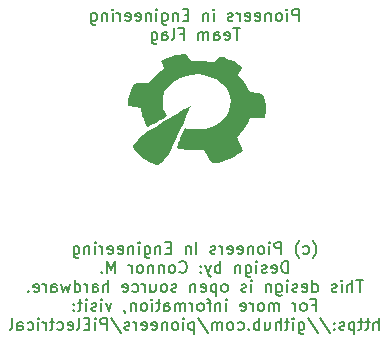
<source format=gbr>
%TF.GenerationSoftware,KiCad,Pcbnew,6.0.9-8da3e8f707~117~ubuntu20.04.1*%
%TF.CreationDate,2023-02-01T20:13:31-08:00*%
%TF.ProjectId,PiE_team_flag,5069455f-7465-4616-9d5f-666c61672e6b,rev?*%
%TF.SameCoordinates,Original*%
%TF.FileFunction,Legend,Bot*%
%TF.FilePolarity,Positive*%
%FSLAX46Y46*%
G04 Gerber Fmt 4.6, Leading zero omitted, Abs format (unit mm)*
G04 Created by KiCad (PCBNEW 6.0.9-8da3e8f707~117~ubuntu20.04.1) date 2023-02-01 20:13:31*
%MOMM*%
%LPD*%
G01*
G04 APERTURE LIST*
%ADD10C,0.150000*%
G04 APERTURE END LIST*
D10*
X172536190Y-105842733D02*
X172583809Y-105795114D01*
X172679047Y-105652257D01*
X172726666Y-105557019D01*
X172774285Y-105414161D01*
X172821904Y-105176066D01*
X172821904Y-104985590D01*
X172774285Y-104747495D01*
X172726666Y-104604638D01*
X172679047Y-104509400D01*
X172583809Y-104366542D01*
X172536190Y-104318923D01*
X171726666Y-105414161D02*
X171821904Y-105461780D01*
X172012380Y-105461780D01*
X172107619Y-105414161D01*
X172155238Y-105366542D01*
X172202857Y-105271304D01*
X172202857Y-104985590D01*
X172155238Y-104890352D01*
X172107619Y-104842733D01*
X172012380Y-104795114D01*
X171821904Y-104795114D01*
X171726666Y-104842733D01*
X171393333Y-105842733D02*
X171345714Y-105795114D01*
X171250476Y-105652257D01*
X171202857Y-105557019D01*
X171155238Y-105414161D01*
X171107619Y-105176066D01*
X171107619Y-104985590D01*
X171155238Y-104747495D01*
X171202857Y-104604638D01*
X171250476Y-104509400D01*
X171345714Y-104366542D01*
X171393333Y-104318923D01*
X169869523Y-105461780D02*
X169869523Y-104461780D01*
X169488571Y-104461780D01*
X169393333Y-104509400D01*
X169345714Y-104557019D01*
X169298095Y-104652257D01*
X169298095Y-104795114D01*
X169345714Y-104890352D01*
X169393333Y-104937971D01*
X169488571Y-104985590D01*
X169869523Y-104985590D01*
X168869523Y-105461780D02*
X168869523Y-104795114D01*
X168869523Y-104461780D02*
X168917142Y-104509400D01*
X168869523Y-104557019D01*
X168821904Y-104509400D01*
X168869523Y-104461780D01*
X168869523Y-104557019D01*
X168250476Y-105461780D02*
X168345714Y-105414161D01*
X168393333Y-105366542D01*
X168440952Y-105271304D01*
X168440952Y-104985590D01*
X168393333Y-104890352D01*
X168345714Y-104842733D01*
X168250476Y-104795114D01*
X168107619Y-104795114D01*
X168012380Y-104842733D01*
X167964761Y-104890352D01*
X167917142Y-104985590D01*
X167917142Y-105271304D01*
X167964761Y-105366542D01*
X168012380Y-105414161D01*
X168107619Y-105461780D01*
X168250476Y-105461780D01*
X167488571Y-104795114D02*
X167488571Y-105461780D01*
X167488571Y-104890352D02*
X167440952Y-104842733D01*
X167345714Y-104795114D01*
X167202857Y-104795114D01*
X167107619Y-104842733D01*
X167060000Y-104937971D01*
X167060000Y-105461780D01*
X166202857Y-105414161D02*
X166298095Y-105461780D01*
X166488571Y-105461780D01*
X166583809Y-105414161D01*
X166631428Y-105318923D01*
X166631428Y-104937971D01*
X166583809Y-104842733D01*
X166488571Y-104795114D01*
X166298095Y-104795114D01*
X166202857Y-104842733D01*
X166155238Y-104937971D01*
X166155238Y-105033209D01*
X166631428Y-105128447D01*
X165345714Y-105414161D02*
X165440952Y-105461780D01*
X165631428Y-105461780D01*
X165726666Y-105414161D01*
X165774285Y-105318923D01*
X165774285Y-104937971D01*
X165726666Y-104842733D01*
X165631428Y-104795114D01*
X165440952Y-104795114D01*
X165345714Y-104842733D01*
X165298095Y-104937971D01*
X165298095Y-105033209D01*
X165774285Y-105128447D01*
X164869523Y-105461780D02*
X164869523Y-104795114D01*
X164869523Y-104985590D02*
X164821904Y-104890352D01*
X164774285Y-104842733D01*
X164679047Y-104795114D01*
X164583809Y-104795114D01*
X164298095Y-105414161D02*
X164202857Y-105461780D01*
X164012380Y-105461780D01*
X163917142Y-105414161D01*
X163869523Y-105318923D01*
X163869523Y-105271304D01*
X163917142Y-105176066D01*
X164012380Y-105128447D01*
X164155238Y-105128447D01*
X164250476Y-105080828D01*
X164298095Y-104985590D01*
X164298095Y-104937971D01*
X164250476Y-104842733D01*
X164155238Y-104795114D01*
X164012380Y-104795114D01*
X163917142Y-104842733D01*
X162679047Y-105461780D02*
X162679047Y-104461780D01*
X162202857Y-104795114D02*
X162202857Y-105461780D01*
X162202857Y-104890352D02*
X162155238Y-104842733D01*
X162060000Y-104795114D01*
X161917142Y-104795114D01*
X161821904Y-104842733D01*
X161774285Y-104937971D01*
X161774285Y-105461780D01*
X160536190Y-104937971D02*
X160202857Y-104937971D01*
X160060000Y-105461780D02*
X160536190Y-105461780D01*
X160536190Y-104461780D01*
X160060000Y-104461780D01*
X159631428Y-104795114D02*
X159631428Y-105461780D01*
X159631428Y-104890352D02*
X159583809Y-104842733D01*
X159488571Y-104795114D01*
X159345714Y-104795114D01*
X159250476Y-104842733D01*
X159202857Y-104937971D01*
X159202857Y-105461780D01*
X158298095Y-104795114D02*
X158298095Y-105604638D01*
X158345714Y-105699876D01*
X158393333Y-105747495D01*
X158488571Y-105795114D01*
X158631428Y-105795114D01*
X158726666Y-105747495D01*
X158298095Y-105414161D02*
X158393333Y-105461780D01*
X158583809Y-105461780D01*
X158679047Y-105414161D01*
X158726666Y-105366542D01*
X158774285Y-105271304D01*
X158774285Y-104985590D01*
X158726666Y-104890352D01*
X158679047Y-104842733D01*
X158583809Y-104795114D01*
X158393333Y-104795114D01*
X158298095Y-104842733D01*
X157821904Y-105461780D02*
X157821904Y-104795114D01*
X157821904Y-104461780D02*
X157869523Y-104509400D01*
X157821904Y-104557019D01*
X157774285Y-104509400D01*
X157821904Y-104461780D01*
X157821904Y-104557019D01*
X157345714Y-104795114D02*
X157345714Y-105461780D01*
X157345714Y-104890352D02*
X157298095Y-104842733D01*
X157202857Y-104795114D01*
X157060000Y-104795114D01*
X156964761Y-104842733D01*
X156917142Y-104937971D01*
X156917142Y-105461780D01*
X156060000Y-105414161D02*
X156155238Y-105461780D01*
X156345714Y-105461780D01*
X156440952Y-105414161D01*
X156488571Y-105318923D01*
X156488571Y-104937971D01*
X156440952Y-104842733D01*
X156345714Y-104795114D01*
X156155238Y-104795114D01*
X156060000Y-104842733D01*
X156012380Y-104937971D01*
X156012380Y-105033209D01*
X156488571Y-105128447D01*
X155202857Y-105414161D02*
X155298095Y-105461780D01*
X155488571Y-105461780D01*
X155583809Y-105414161D01*
X155631428Y-105318923D01*
X155631428Y-104937971D01*
X155583809Y-104842733D01*
X155488571Y-104795114D01*
X155298095Y-104795114D01*
X155202857Y-104842733D01*
X155155238Y-104937971D01*
X155155238Y-105033209D01*
X155631428Y-105128447D01*
X154726666Y-105461780D02*
X154726666Y-104795114D01*
X154726666Y-104985590D02*
X154679047Y-104890352D01*
X154631428Y-104842733D01*
X154536190Y-104795114D01*
X154440952Y-104795114D01*
X154107619Y-105461780D02*
X154107619Y-104795114D01*
X154107619Y-104461780D02*
X154155238Y-104509400D01*
X154107619Y-104557019D01*
X154060000Y-104509400D01*
X154107619Y-104461780D01*
X154107619Y-104557019D01*
X153631428Y-104795114D02*
X153631428Y-105461780D01*
X153631428Y-104890352D02*
X153583809Y-104842733D01*
X153488571Y-104795114D01*
X153345714Y-104795114D01*
X153250476Y-104842733D01*
X153202857Y-104937971D01*
X153202857Y-105461780D01*
X152298095Y-104795114D02*
X152298095Y-105604638D01*
X152345714Y-105699876D01*
X152393333Y-105747495D01*
X152488571Y-105795114D01*
X152631428Y-105795114D01*
X152726666Y-105747495D01*
X152298095Y-105414161D02*
X152393333Y-105461780D01*
X152583809Y-105461780D01*
X152679047Y-105414161D01*
X152726666Y-105366542D01*
X152774285Y-105271304D01*
X152774285Y-104985590D01*
X152726666Y-104890352D01*
X152679047Y-104842733D01*
X152583809Y-104795114D01*
X152393333Y-104795114D01*
X152298095Y-104842733D01*
X170440952Y-107071780D02*
X170440952Y-106071780D01*
X170202857Y-106071780D01*
X170060000Y-106119400D01*
X169964761Y-106214638D01*
X169917142Y-106309876D01*
X169869523Y-106500352D01*
X169869523Y-106643209D01*
X169917142Y-106833685D01*
X169964761Y-106928923D01*
X170060000Y-107024161D01*
X170202857Y-107071780D01*
X170440952Y-107071780D01*
X169060000Y-107024161D02*
X169155238Y-107071780D01*
X169345714Y-107071780D01*
X169440952Y-107024161D01*
X169488571Y-106928923D01*
X169488571Y-106547971D01*
X169440952Y-106452733D01*
X169345714Y-106405114D01*
X169155238Y-106405114D01*
X169060000Y-106452733D01*
X169012380Y-106547971D01*
X169012380Y-106643209D01*
X169488571Y-106738447D01*
X168631428Y-107024161D02*
X168536190Y-107071780D01*
X168345714Y-107071780D01*
X168250476Y-107024161D01*
X168202857Y-106928923D01*
X168202857Y-106881304D01*
X168250476Y-106786066D01*
X168345714Y-106738447D01*
X168488571Y-106738447D01*
X168583809Y-106690828D01*
X168631428Y-106595590D01*
X168631428Y-106547971D01*
X168583809Y-106452733D01*
X168488571Y-106405114D01*
X168345714Y-106405114D01*
X168250476Y-106452733D01*
X167774285Y-107071780D02*
X167774285Y-106405114D01*
X167774285Y-106071780D02*
X167821904Y-106119400D01*
X167774285Y-106167019D01*
X167726666Y-106119400D01*
X167774285Y-106071780D01*
X167774285Y-106167019D01*
X166869523Y-106405114D02*
X166869523Y-107214638D01*
X166917142Y-107309876D01*
X166964761Y-107357495D01*
X167060000Y-107405114D01*
X167202857Y-107405114D01*
X167298095Y-107357495D01*
X166869523Y-107024161D02*
X166964761Y-107071780D01*
X167155238Y-107071780D01*
X167250476Y-107024161D01*
X167298095Y-106976542D01*
X167345714Y-106881304D01*
X167345714Y-106595590D01*
X167298095Y-106500352D01*
X167250476Y-106452733D01*
X167155238Y-106405114D01*
X166964761Y-106405114D01*
X166869523Y-106452733D01*
X166393333Y-106405114D02*
X166393333Y-107071780D01*
X166393333Y-106500352D02*
X166345714Y-106452733D01*
X166250476Y-106405114D01*
X166107619Y-106405114D01*
X166012380Y-106452733D01*
X165964761Y-106547971D01*
X165964761Y-107071780D01*
X164726666Y-107071780D02*
X164726666Y-106071780D01*
X164726666Y-106452733D02*
X164631428Y-106405114D01*
X164440952Y-106405114D01*
X164345714Y-106452733D01*
X164298095Y-106500352D01*
X164250476Y-106595590D01*
X164250476Y-106881304D01*
X164298095Y-106976542D01*
X164345714Y-107024161D01*
X164440952Y-107071780D01*
X164631428Y-107071780D01*
X164726666Y-107024161D01*
X163917142Y-106405114D02*
X163679047Y-107071780D01*
X163440952Y-106405114D02*
X163679047Y-107071780D01*
X163774285Y-107309876D01*
X163821904Y-107357495D01*
X163917142Y-107405114D01*
X163060000Y-106976542D02*
X163012380Y-107024161D01*
X163060000Y-107071780D01*
X163107619Y-107024161D01*
X163060000Y-106976542D01*
X163060000Y-107071780D01*
X163060000Y-106452733D02*
X163012380Y-106500352D01*
X163060000Y-106547971D01*
X163107619Y-106500352D01*
X163060000Y-106452733D01*
X163060000Y-106547971D01*
X161250476Y-106976542D02*
X161298095Y-107024161D01*
X161440952Y-107071780D01*
X161536190Y-107071780D01*
X161679047Y-107024161D01*
X161774285Y-106928923D01*
X161821904Y-106833685D01*
X161869523Y-106643209D01*
X161869523Y-106500352D01*
X161821904Y-106309876D01*
X161774285Y-106214638D01*
X161679047Y-106119400D01*
X161536190Y-106071780D01*
X161440952Y-106071780D01*
X161298095Y-106119400D01*
X161250476Y-106167019D01*
X160679047Y-107071780D02*
X160774285Y-107024161D01*
X160821904Y-106976542D01*
X160869523Y-106881304D01*
X160869523Y-106595590D01*
X160821904Y-106500352D01*
X160774285Y-106452733D01*
X160679047Y-106405114D01*
X160536190Y-106405114D01*
X160440952Y-106452733D01*
X160393333Y-106500352D01*
X160345714Y-106595590D01*
X160345714Y-106881304D01*
X160393333Y-106976542D01*
X160440952Y-107024161D01*
X160536190Y-107071780D01*
X160679047Y-107071780D01*
X159917142Y-106405114D02*
X159917142Y-107071780D01*
X159917142Y-106500352D02*
X159869523Y-106452733D01*
X159774285Y-106405114D01*
X159631428Y-106405114D01*
X159536190Y-106452733D01*
X159488571Y-106547971D01*
X159488571Y-107071780D01*
X159012380Y-106405114D02*
X159012380Y-107071780D01*
X159012380Y-106500352D02*
X158964761Y-106452733D01*
X158869523Y-106405114D01*
X158726666Y-106405114D01*
X158631428Y-106452733D01*
X158583809Y-106547971D01*
X158583809Y-107071780D01*
X157964761Y-107071780D02*
X158060000Y-107024161D01*
X158107619Y-106976542D01*
X158155238Y-106881304D01*
X158155238Y-106595590D01*
X158107619Y-106500352D01*
X158060000Y-106452733D01*
X157964761Y-106405114D01*
X157821904Y-106405114D01*
X157726666Y-106452733D01*
X157679047Y-106500352D01*
X157631428Y-106595590D01*
X157631428Y-106881304D01*
X157679047Y-106976542D01*
X157726666Y-107024161D01*
X157821904Y-107071780D01*
X157964761Y-107071780D01*
X157202857Y-107071780D02*
X157202857Y-106405114D01*
X157202857Y-106595590D02*
X157155238Y-106500352D01*
X157107619Y-106452733D01*
X157012380Y-106405114D01*
X156917142Y-106405114D01*
X155821904Y-107071780D02*
X155821904Y-106071780D01*
X155488571Y-106786066D01*
X155155238Y-106071780D01*
X155155238Y-107071780D01*
X154679047Y-106976542D02*
X154631428Y-107024161D01*
X154679047Y-107071780D01*
X154726666Y-107024161D01*
X154679047Y-106976542D01*
X154679047Y-107071780D01*
X176798095Y-107681780D02*
X176226666Y-107681780D01*
X176512380Y-108681780D02*
X176512380Y-107681780D01*
X175893333Y-108681780D02*
X175893333Y-107681780D01*
X175464761Y-108681780D02*
X175464761Y-108157971D01*
X175512380Y-108062733D01*
X175607619Y-108015114D01*
X175750476Y-108015114D01*
X175845714Y-108062733D01*
X175893333Y-108110352D01*
X174988571Y-108681780D02*
X174988571Y-108015114D01*
X174988571Y-107681780D02*
X175036190Y-107729400D01*
X174988571Y-107777019D01*
X174940952Y-107729400D01*
X174988571Y-107681780D01*
X174988571Y-107777019D01*
X174560000Y-108634161D02*
X174464761Y-108681780D01*
X174274285Y-108681780D01*
X174179047Y-108634161D01*
X174131428Y-108538923D01*
X174131428Y-108491304D01*
X174179047Y-108396066D01*
X174274285Y-108348447D01*
X174417142Y-108348447D01*
X174512380Y-108300828D01*
X174560000Y-108205590D01*
X174560000Y-108157971D01*
X174512380Y-108062733D01*
X174417142Y-108015114D01*
X174274285Y-108015114D01*
X174179047Y-108062733D01*
X172512380Y-108681780D02*
X172512380Y-107681780D01*
X172512380Y-108634161D02*
X172607619Y-108681780D01*
X172798095Y-108681780D01*
X172893333Y-108634161D01*
X172940952Y-108586542D01*
X172988571Y-108491304D01*
X172988571Y-108205590D01*
X172940952Y-108110352D01*
X172893333Y-108062733D01*
X172798095Y-108015114D01*
X172607619Y-108015114D01*
X172512380Y-108062733D01*
X171655238Y-108634161D02*
X171750476Y-108681780D01*
X171940952Y-108681780D01*
X172036190Y-108634161D01*
X172083809Y-108538923D01*
X172083809Y-108157971D01*
X172036190Y-108062733D01*
X171940952Y-108015114D01*
X171750476Y-108015114D01*
X171655238Y-108062733D01*
X171607619Y-108157971D01*
X171607619Y-108253209D01*
X172083809Y-108348447D01*
X171226666Y-108634161D02*
X171131428Y-108681780D01*
X170940952Y-108681780D01*
X170845714Y-108634161D01*
X170798095Y-108538923D01*
X170798095Y-108491304D01*
X170845714Y-108396066D01*
X170940952Y-108348447D01*
X171083809Y-108348447D01*
X171179047Y-108300828D01*
X171226666Y-108205590D01*
X171226666Y-108157971D01*
X171179047Y-108062733D01*
X171083809Y-108015114D01*
X170940952Y-108015114D01*
X170845714Y-108062733D01*
X170369523Y-108681780D02*
X170369523Y-108015114D01*
X170369523Y-107681780D02*
X170417142Y-107729400D01*
X170369523Y-107777019D01*
X170321904Y-107729400D01*
X170369523Y-107681780D01*
X170369523Y-107777019D01*
X169464761Y-108015114D02*
X169464761Y-108824638D01*
X169512380Y-108919876D01*
X169560000Y-108967495D01*
X169655238Y-109015114D01*
X169798095Y-109015114D01*
X169893333Y-108967495D01*
X169464761Y-108634161D02*
X169560000Y-108681780D01*
X169750476Y-108681780D01*
X169845714Y-108634161D01*
X169893333Y-108586542D01*
X169940952Y-108491304D01*
X169940952Y-108205590D01*
X169893333Y-108110352D01*
X169845714Y-108062733D01*
X169750476Y-108015114D01*
X169560000Y-108015114D01*
X169464761Y-108062733D01*
X168988571Y-108015114D02*
X168988571Y-108681780D01*
X168988571Y-108110352D02*
X168940952Y-108062733D01*
X168845714Y-108015114D01*
X168702857Y-108015114D01*
X168607619Y-108062733D01*
X168560000Y-108157971D01*
X168560000Y-108681780D01*
X167321904Y-108681780D02*
X167321904Y-108015114D01*
X167321904Y-107681780D02*
X167369523Y-107729400D01*
X167321904Y-107777019D01*
X167274285Y-107729400D01*
X167321904Y-107681780D01*
X167321904Y-107777019D01*
X166893333Y-108634161D02*
X166798095Y-108681780D01*
X166607619Y-108681780D01*
X166512380Y-108634161D01*
X166464761Y-108538923D01*
X166464761Y-108491304D01*
X166512380Y-108396066D01*
X166607619Y-108348447D01*
X166750476Y-108348447D01*
X166845714Y-108300828D01*
X166893333Y-108205590D01*
X166893333Y-108157971D01*
X166845714Y-108062733D01*
X166750476Y-108015114D01*
X166607619Y-108015114D01*
X166512380Y-108062733D01*
X165131428Y-108681780D02*
X165226666Y-108634161D01*
X165274285Y-108586542D01*
X165321904Y-108491304D01*
X165321904Y-108205590D01*
X165274285Y-108110352D01*
X165226666Y-108062733D01*
X165131428Y-108015114D01*
X164988571Y-108015114D01*
X164893333Y-108062733D01*
X164845714Y-108110352D01*
X164798095Y-108205590D01*
X164798095Y-108491304D01*
X164845714Y-108586542D01*
X164893333Y-108634161D01*
X164988571Y-108681780D01*
X165131428Y-108681780D01*
X164369523Y-108015114D02*
X164369523Y-109015114D01*
X164369523Y-108062733D02*
X164274285Y-108015114D01*
X164083809Y-108015114D01*
X163988571Y-108062733D01*
X163940952Y-108110352D01*
X163893333Y-108205590D01*
X163893333Y-108491304D01*
X163940952Y-108586542D01*
X163988571Y-108634161D01*
X164083809Y-108681780D01*
X164274285Y-108681780D01*
X164369523Y-108634161D01*
X163083809Y-108634161D02*
X163179047Y-108681780D01*
X163369523Y-108681780D01*
X163464761Y-108634161D01*
X163512380Y-108538923D01*
X163512380Y-108157971D01*
X163464761Y-108062733D01*
X163369523Y-108015114D01*
X163179047Y-108015114D01*
X163083809Y-108062733D01*
X163036190Y-108157971D01*
X163036190Y-108253209D01*
X163512380Y-108348447D01*
X162607619Y-108015114D02*
X162607619Y-108681780D01*
X162607619Y-108110352D02*
X162560000Y-108062733D01*
X162464761Y-108015114D01*
X162321904Y-108015114D01*
X162226666Y-108062733D01*
X162179047Y-108157971D01*
X162179047Y-108681780D01*
X160988571Y-108634161D02*
X160893333Y-108681780D01*
X160702857Y-108681780D01*
X160607619Y-108634161D01*
X160560000Y-108538923D01*
X160560000Y-108491304D01*
X160607619Y-108396066D01*
X160702857Y-108348447D01*
X160845714Y-108348447D01*
X160940952Y-108300828D01*
X160988571Y-108205590D01*
X160988571Y-108157971D01*
X160940952Y-108062733D01*
X160845714Y-108015114D01*
X160702857Y-108015114D01*
X160607619Y-108062733D01*
X159988571Y-108681780D02*
X160083809Y-108634161D01*
X160131428Y-108586542D01*
X160179047Y-108491304D01*
X160179047Y-108205590D01*
X160131428Y-108110352D01*
X160083809Y-108062733D01*
X159988571Y-108015114D01*
X159845714Y-108015114D01*
X159750476Y-108062733D01*
X159702857Y-108110352D01*
X159655238Y-108205590D01*
X159655238Y-108491304D01*
X159702857Y-108586542D01*
X159750476Y-108634161D01*
X159845714Y-108681780D01*
X159988571Y-108681780D01*
X158798095Y-108015114D02*
X158798095Y-108681780D01*
X159226666Y-108015114D02*
X159226666Y-108538923D01*
X159179047Y-108634161D01*
X159083809Y-108681780D01*
X158940952Y-108681780D01*
X158845714Y-108634161D01*
X158798095Y-108586542D01*
X158321904Y-108681780D02*
X158321904Y-108015114D01*
X158321904Y-108205590D02*
X158274285Y-108110352D01*
X158226666Y-108062733D01*
X158131428Y-108015114D01*
X158036190Y-108015114D01*
X157274285Y-108634161D02*
X157369523Y-108681780D01*
X157560000Y-108681780D01*
X157655238Y-108634161D01*
X157702857Y-108586542D01*
X157750476Y-108491304D01*
X157750476Y-108205590D01*
X157702857Y-108110352D01*
X157655238Y-108062733D01*
X157560000Y-108015114D01*
X157369523Y-108015114D01*
X157274285Y-108062733D01*
X156464761Y-108634161D02*
X156560000Y-108681780D01*
X156750476Y-108681780D01*
X156845714Y-108634161D01*
X156893333Y-108538923D01*
X156893333Y-108157971D01*
X156845714Y-108062733D01*
X156750476Y-108015114D01*
X156560000Y-108015114D01*
X156464761Y-108062733D01*
X156417142Y-108157971D01*
X156417142Y-108253209D01*
X156893333Y-108348447D01*
X155226666Y-108681780D02*
X155226666Y-107681780D01*
X154798095Y-108681780D02*
X154798095Y-108157971D01*
X154845714Y-108062733D01*
X154940952Y-108015114D01*
X155083809Y-108015114D01*
X155179047Y-108062733D01*
X155226666Y-108110352D01*
X153893333Y-108681780D02*
X153893333Y-108157971D01*
X153940952Y-108062733D01*
X154036190Y-108015114D01*
X154226666Y-108015114D01*
X154321904Y-108062733D01*
X153893333Y-108634161D02*
X153988571Y-108681780D01*
X154226666Y-108681780D01*
X154321904Y-108634161D01*
X154369523Y-108538923D01*
X154369523Y-108443685D01*
X154321904Y-108348447D01*
X154226666Y-108300828D01*
X153988571Y-108300828D01*
X153893333Y-108253209D01*
X153417142Y-108681780D02*
X153417142Y-108015114D01*
X153417142Y-108205590D02*
X153369523Y-108110352D01*
X153321904Y-108062733D01*
X153226666Y-108015114D01*
X153131428Y-108015114D01*
X152369523Y-108681780D02*
X152369523Y-107681780D01*
X152369523Y-108634161D02*
X152464761Y-108681780D01*
X152655238Y-108681780D01*
X152750476Y-108634161D01*
X152798095Y-108586542D01*
X152845714Y-108491304D01*
X152845714Y-108205590D01*
X152798095Y-108110352D01*
X152750476Y-108062733D01*
X152655238Y-108015114D01*
X152464761Y-108015114D01*
X152369523Y-108062733D01*
X151988571Y-108015114D02*
X151798095Y-108681780D01*
X151607619Y-108205590D01*
X151417142Y-108681780D01*
X151226666Y-108015114D01*
X150417142Y-108681780D02*
X150417142Y-108157971D01*
X150464761Y-108062733D01*
X150560000Y-108015114D01*
X150750476Y-108015114D01*
X150845714Y-108062733D01*
X150417142Y-108634161D02*
X150512380Y-108681780D01*
X150750476Y-108681780D01*
X150845714Y-108634161D01*
X150893333Y-108538923D01*
X150893333Y-108443685D01*
X150845714Y-108348447D01*
X150750476Y-108300828D01*
X150512380Y-108300828D01*
X150417142Y-108253209D01*
X149940952Y-108681780D02*
X149940952Y-108015114D01*
X149940952Y-108205590D02*
X149893333Y-108110352D01*
X149845714Y-108062733D01*
X149750476Y-108015114D01*
X149655238Y-108015114D01*
X148940952Y-108634161D02*
X149036190Y-108681780D01*
X149226666Y-108681780D01*
X149321904Y-108634161D01*
X149369523Y-108538923D01*
X149369523Y-108157971D01*
X149321904Y-108062733D01*
X149226666Y-108015114D01*
X149036190Y-108015114D01*
X148940952Y-108062733D01*
X148893333Y-108157971D01*
X148893333Y-108253209D01*
X149369523Y-108348447D01*
X148464761Y-108586542D02*
X148417142Y-108634161D01*
X148464761Y-108681780D01*
X148512380Y-108634161D01*
X148464761Y-108586542D01*
X148464761Y-108681780D01*
X172488571Y-109767971D02*
X172821904Y-109767971D01*
X172821904Y-110291780D02*
X172821904Y-109291780D01*
X172345714Y-109291780D01*
X171821904Y-110291780D02*
X171917142Y-110244161D01*
X171964761Y-110196542D01*
X172012380Y-110101304D01*
X172012380Y-109815590D01*
X171964761Y-109720352D01*
X171917142Y-109672733D01*
X171821904Y-109625114D01*
X171679047Y-109625114D01*
X171583809Y-109672733D01*
X171536190Y-109720352D01*
X171488571Y-109815590D01*
X171488571Y-110101304D01*
X171536190Y-110196542D01*
X171583809Y-110244161D01*
X171679047Y-110291780D01*
X171821904Y-110291780D01*
X171060000Y-110291780D02*
X171060000Y-109625114D01*
X171060000Y-109815590D02*
X171012380Y-109720352D01*
X170964761Y-109672733D01*
X170869523Y-109625114D01*
X170774285Y-109625114D01*
X169679047Y-110291780D02*
X169679047Y-109625114D01*
X169679047Y-109720352D02*
X169631428Y-109672733D01*
X169536190Y-109625114D01*
X169393333Y-109625114D01*
X169298095Y-109672733D01*
X169250476Y-109767971D01*
X169250476Y-110291780D01*
X169250476Y-109767971D02*
X169202857Y-109672733D01*
X169107619Y-109625114D01*
X168964761Y-109625114D01*
X168869523Y-109672733D01*
X168821904Y-109767971D01*
X168821904Y-110291780D01*
X168202857Y-110291780D02*
X168298095Y-110244161D01*
X168345714Y-110196542D01*
X168393333Y-110101304D01*
X168393333Y-109815590D01*
X168345714Y-109720352D01*
X168298095Y-109672733D01*
X168202857Y-109625114D01*
X168060000Y-109625114D01*
X167964761Y-109672733D01*
X167917142Y-109720352D01*
X167869523Y-109815590D01*
X167869523Y-110101304D01*
X167917142Y-110196542D01*
X167964761Y-110244161D01*
X168060000Y-110291780D01*
X168202857Y-110291780D01*
X167440952Y-110291780D02*
X167440952Y-109625114D01*
X167440952Y-109815590D02*
X167393333Y-109720352D01*
X167345714Y-109672733D01*
X167250476Y-109625114D01*
X167155238Y-109625114D01*
X166440952Y-110244161D02*
X166536190Y-110291780D01*
X166726666Y-110291780D01*
X166821904Y-110244161D01*
X166869523Y-110148923D01*
X166869523Y-109767971D01*
X166821904Y-109672733D01*
X166726666Y-109625114D01*
X166536190Y-109625114D01*
X166440952Y-109672733D01*
X166393333Y-109767971D01*
X166393333Y-109863209D01*
X166869523Y-109958447D01*
X165202857Y-110291780D02*
X165202857Y-109625114D01*
X165202857Y-109291780D02*
X165250476Y-109339400D01*
X165202857Y-109387019D01*
X165155238Y-109339400D01*
X165202857Y-109291780D01*
X165202857Y-109387019D01*
X164726666Y-109625114D02*
X164726666Y-110291780D01*
X164726666Y-109720352D02*
X164679047Y-109672733D01*
X164583809Y-109625114D01*
X164440952Y-109625114D01*
X164345714Y-109672733D01*
X164298095Y-109767971D01*
X164298095Y-110291780D01*
X163964761Y-109625114D02*
X163583809Y-109625114D01*
X163821904Y-110291780D02*
X163821904Y-109434638D01*
X163774285Y-109339400D01*
X163679047Y-109291780D01*
X163583809Y-109291780D01*
X163107619Y-110291780D02*
X163202857Y-110244161D01*
X163250476Y-110196542D01*
X163298095Y-110101304D01*
X163298095Y-109815590D01*
X163250476Y-109720352D01*
X163202857Y-109672733D01*
X163107619Y-109625114D01*
X162964761Y-109625114D01*
X162869523Y-109672733D01*
X162821904Y-109720352D01*
X162774285Y-109815590D01*
X162774285Y-110101304D01*
X162821904Y-110196542D01*
X162869523Y-110244161D01*
X162964761Y-110291780D01*
X163107619Y-110291780D01*
X162345714Y-110291780D02*
X162345714Y-109625114D01*
X162345714Y-109815590D02*
X162298095Y-109720352D01*
X162250476Y-109672733D01*
X162155238Y-109625114D01*
X162060000Y-109625114D01*
X161726666Y-110291780D02*
X161726666Y-109625114D01*
X161726666Y-109720352D02*
X161679047Y-109672733D01*
X161583809Y-109625114D01*
X161440952Y-109625114D01*
X161345714Y-109672733D01*
X161298095Y-109767971D01*
X161298095Y-110291780D01*
X161298095Y-109767971D02*
X161250476Y-109672733D01*
X161155238Y-109625114D01*
X161012380Y-109625114D01*
X160917142Y-109672733D01*
X160869523Y-109767971D01*
X160869523Y-110291780D01*
X159964761Y-110291780D02*
X159964761Y-109767971D01*
X160012380Y-109672733D01*
X160107619Y-109625114D01*
X160298095Y-109625114D01*
X160393333Y-109672733D01*
X159964761Y-110244161D02*
X160060000Y-110291780D01*
X160298095Y-110291780D01*
X160393333Y-110244161D01*
X160440952Y-110148923D01*
X160440952Y-110053685D01*
X160393333Y-109958447D01*
X160298095Y-109910828D01*
X160060000Y-109910828D01*
X159964761Y-109863209D01*
X159631428Y-109625114D02*
X159250476Y-109625114D01*
X159488571Y-109291780D02*
X159488571Y-110148923D01*
X159440952Y-110244161D01*
X159345714Y-110291780D01*
X159250476Y-110291780D01*
X158917142Y-110291780D02*
X158917142Y-109625114D01*
X158917142Y-109291780D02*
X158964761Y-109339400D01*
X158917142Y-109387019D01*
X158869523Y-109339400D01*
X158917142Y-109291780D01*
X158917142Y-109387019D01*
X158298095Y-110291780D02*
X158393333Y-110244161D01*
X158440952Y-110196542D01*
X158488571Y-110101304D01*
X158488571Y-109815590D01*
X158440952Y-109720352D01*
X158393333Y-109672733D01*
X158298095Y-109625114D01*
X158155238Y-109625114D01*
X158060000Y-109672733D01*
X158012380Y-109720352D01*
X157964761Y-109815590D01*
X157964761Y-110101304D01*
X158012380Y-110196542D01*
X158060000Y-110244161D01*
X158155238Y-110291780D01*
X158298095Y-110291780D01*
X157536190Y-109625114D02*
X157536190Y-110291780D01*
X157536190Y-109720352D02*
X157488571Y-109672733D01*
X157393333Y-109625114D01*
X157250476Y-109625114D01*
X157155238Y-109672733D01*
X157107619Y-109767971D01*
X157107619Y-110291780D01*
X156583809Y-110244161D02*
X156583809Y-110291780D01*
X156631428Y-110387019D01*
X156679047Y-110434638D01*
X155488571Y-109625114D02*
X155250476Y-110291780D01*
X155012380Y-109625114D01*
X154631428Y-110291780D02*
X154631428Y-109625114D01*
X154631428Y-109291780D02*
X154679047Y-109339400D01*
X154631428Y-109387019D01*
X154583809Y-109339400D01*
X154631428Y-109291780D01*
X154631428Y-109387019D01*
X154202857Y-110244161D02*
X154107619Y-110291780D01*
X153917142Y-110291780D01*
X153821904Y-110244161D01*
X153774285Y-110148923D01*
X153774285Y-110101304D01*
X153821904Y-110006066D01*
X153917142Y-109958447D01*
X154060000Y-109958447D01*
X154155238Y-109910828D01*
X154202857Y-109815590D01*
X154202857Y-109767971D01*
X154155238Y-109672733D01*
X154060000Y-109625114D01*
X153917142Y-109625114D01*
X153821904Y-109672733D01*
X153345714Y-110291780D02*
X153345714Y-109625114D01*
X153345714Y-109291780D02*
X153393333Y-109339400D01*
X153345714Y-109387019D01*
X153298095Y-109339400D01*
X153345714Y-109291780D01*
X153345714Y-109387019D01*
X153012380Y-109625114D02*
X152631428Y-109625114D01*
X152869523Y-109291780D02*
X152869523Y-110148923D01*
X152821904Y-110244161D01*
X152726666Y-110291780D01*
X152631428Y-110291780D01*
X152298095Y-110196542D02*
X152250476Y-110244161D01*
X152298095Y-110291780D01*
X152345714Y-110244161D01*
X152298095Y-110196542D01*
X152298095Y-110291780D01*
X152298095Y-109672733D02*
X152250476Y-109720352D01*
X152298095Y-109767971D01*
X152345714Y-109720352D01*
X152298095Y-109672733D01*
X152298095Y-109767971D01*
X178107619Y-111901780D02*
X178107619Y-110901780D01*
X177679047Y-111901780D02*
X177679047Y-111377971D01*
X177726666Y-111282733D01*
X177821904Y-111235114D01*
X177964761Y-111235114D01*
X178060000Y-111282733D01*
X178107619Y-111330352D01*
X177345714Y-111235114D02*
X176964761Y-111235114D01*
X177202857Y-110901780D02*
X177202857Y-111758923D01*
X177155238Y-111854161D01*
X177060000Y-111901780D01*
X176964761Y-111901780D01*
X176774285Y-111235114D02*
X176393333Y-111235114D01*
X176631428Y-110901780D02*
X176631428Y-111758923D01*
X176583809Y-111854161D01*
X176488571Y-111901780D01*
X176393333Y-111901780D01*
X176060000Y-111235114D02*
X176060000Y-112235114D01*
X176060000Y-111282733D02*
X175964761Y-111235114D01*
X175774285Y-111235114D01*
X175679047Y-111282733D01*
X175631428Y-111330352D01*
X175583809Y-111425590D01*
X175583809Y-111711304D01*
X175631428Y-111806542D01*
X175679047Y-111854161D01*
X175774285Y-111901780D01*
X175964761Y-111901780D01*
X176060000Y-111854161D01*
X175202857Y-111854161D02*
X175107619Y-111901780D01*
X174917142Y-111901780D01*
X174821904Y-111854161D01*
X174774285Y-111758923D01*
X174774285Y-111711304D01*
X174821904Y-111616066D01*
X174917142Y-111568447D01*
X175060000Y-111568447D01*
X175155238Y-111520828D01*
X175202857Y-111425590D01*
X175202857Y-111377971D01*
X175155238Y-111282733D01*
X175060000Y-111235114D01*
X174917142Y-111235114D01*
X174821904Y-111282733D01*
X174345714Y-111806542D02*
X174298095Y-111854161D01*
X174345714Y-111901780D01*
X174393333Y-111854161D01*
X174345714Y-111806542D01*
X174345714Y-111901780D01*
X174345714Y-111282733D02*
X174298095Y-111330352D01*
X174345714Y-111377971D01*
X174393333Y-111330352D01*
X174345714Y-111282733D01*
X174345714Y-111377971D01*
X173155238Y-110854161D02*
X174012380Y-112139876D01*
X172107619Y-110854161D02*
X172964761Y-112139876D01*
X171345714Y-111235114D02*
X171345714Y-112044638D01*
X171393333Y-112139876D01*
X171440952Y-112187495D01*
X171536190Y-112235114D01*
X171679047Y-112235114D01*
X171774285Y-112187495D01*
X171345714Y-111854161D02*
X171440952Y-111901780D01*
X171631428Y-111901780D01*
X171726666Y-111854161D01*
X171774285Y-111806542D01*
X171821904Y-111711304D01*
X171821904Y-111425590D01*
X171774285Y-111330352D01*
X171726666Y-111282733D01*
X171631428Y-111235114D01*
X171440952Y-111235114D01*
X171345714Y-111282733D01*
X170869523Y-111901780D02*
X170869523Y-111235114D01*
X170869523Y-110901780D02*
X170917142Y-110949400D01*
X170869523Y-110997019D01*
X170821904Y-110949400D01*
X170869523Y-110901780D01*
X170869523Y-110997019D01*
X170536190Y-111235114D02*
X170155238Y-111235114D01*
X170393333Y-110901780D02*
X170393333Y-111758923D01*
X170345714Y-111854161D01*
X170250476Y-111901780D01*
X170155238Y-111901780D01*
X169821904Y-111901780D02*
X169821904Y-110901780D01*
X169393333Y-111901780D02*
X169393333Y-111377971D01*
X169440952Y-111282733D01*
X169536190Y-111235114D01*
X169679047Y-111235114D01*
X169774285Y-111282733D01*
X169821904Y-111330352D01*
X168488571Y-111235114D02*
X168488571Y-111901780D01*
X168917142Y-111235114D02*
X168917142Y-111758923D01*
X168869523Y-111854161D01*
X168774285Y-111901780D01*
X168631428Y-111901780D01*
X168536190Y-111854161D01*
X168488571Y-111806542D01*
X168012380Y-111901780D02*
X168012380Y-110901780D01*
X168012380Y-111282733D02*
X167917142Y-111235114D01*
X167726666Y-111235114D01*
X167631428Y-111282733D01*
X167583809Y-111330352D01*
X167536190Y-111425590D01*
X167536190Y-111711304D01*
X167583809Y-111806542D01*
X167631428Y-111854161D01*
X167726666Y-111901780D01*
X167917142Y-111901780D01*
X168012380Y-111854161D01*
X167107619Y-111806542D02*
X167060000Y-111854161D01*
X167107619Y-111901780D01*
X167155238Y-111854161D01*
X167107619Y-111806542D01*
X167107619Y-111901780D01*
X166202857Y-111854161D02*
X166298095Y-111901780D01*
X166488571Y-111901780D01*
X166583809Y-111854161D01*
X166631428Y-111806542D01*
X166679047Y-111711304D01*
X166679047Y-111425590D01*
X166631428Y-111330352D01*
X166583809Y-111282733D01*
X166488571Y-111235114D01*
X166298095Y-111235114D01*
X166202857Y-111282733D01*
X165631428Y-111901780D02*
X165726666Y-111854161D01*
X165774285Y-111806542D01*
X165821904Y-111711304D01*
X165821904Y-111425590D01*
X165774285Y-111330352D01*
X165726666Y-111282733D01*
X165631428Y-111235114D01*
X165488571Y-111235114D01*
X165393333Y-111282733D01*
X165345714Y-111330352D01*
X165298095Y-111425590D01*
X165298095Y-111711304D01*
X165345714Y-111806542D01*
X165393333Y-111854161D01*
X165488571Y-111901780D01*
X165631428Y-111901780D01*
X164869523Y-111901780D02*
X164869523Y-111235114D01*
X164869523Y-111330352D02*
X164821904Y-111282733D01*
X164726666Y-111235114D01*
X164583809Y-111235114D01*
X164488571Y-111282733D01*
X164440952Y-111377971D01*
X164440952Y-111901780D01*
X164440952Y-111377971D02*
X164393333Y-111282733D01*
X164298095Y-111235114D01*
X164155238Y-111235114D01*
X164060000Y-111282733D01*
X164012380Y-111377971D01*
X164012380Y-111901780D01*
X162821904Y-110854161D02*
X163679047Y-112139876D01*
X162488571Y-111235114D02*
X162488571Y-112235114D01*
X162488571Y-111282733D02*
X162393333Y-111235114D01*
X162202857Y-111235114D01*
X162107619Y-111282733D01*
X162060000Y-111330352D01*
X162012380Y-111425590D01*
X162012380Y-111711304D01*
X162060000Y-111806542D01*
X162107619Y-111854161D01*
X162202857Y-111901780D01*
X162393333Y-111901780D01*
X162488571Y-111854161D01*
X161583809Y-111901780D02*
X161583809Y-111235114D01*
X161583809Y-110901780D02*
X161631428Y-110949400D01*
X161583809Y-110997019D01*
X161536190Y-110949400D01*
X161583809Y-110901780D01*
X161583809Y-110997019D01*
X160964761Y-111901780D02*
X161060000Y-111854161D01*
X161107619Y-111806542D01*
X161155238Y-111711304D01*
X161155238Y-111425590D01*
X161107619Y-111330352D01*
X161060000Y-111282733D01*
X160964761Y-111235114D01*
X160821904Y-111235114D01*
X160726666Y-111282733D01*
X160679047Y-111330352D01*
X160631428Y-111425590D01*
X160631428Y-111711304D01*
X160679047Y-111806542D01*
X160726666Y-111854161D01*
X160821904Y-111901780D01*
X160964761Y-111901780D01*
X160202857Y-111235114D02*
X160202857Y-111901780D01*
X160202857Y-111330352D02*
X160155238Y-111282733D01*
X160060000Y-111235114D01*
X159917142Y-111235114D01*
X159821904Y-111282733D01*
X159774285Y-111377971D01*
X159774285Y-111901780D01*
X158917142Y-111854161D02*
X159012380Y-111901780D01*
X159202857Y-111901780D01*
X159298095Y-111854161D01*
X159345714Y-111758923D01*
X159345714Y-111377971D01*
X159298095Y-111282733D01*
X159202857Y-111235114D01*
X159012380Y-111235114D01*
X158917142Y-111282733D01*
X158869523Y-111377971D01*
X158869523Y-111473209D01*
X159345714Y-111568447D01*
X158060000Y-111854161D02*
X158155238Y-111901780D01*
X158345714Y-111901780D01*
X158440952Y-111854161D01*
X158488571Y-111758923D01*
X158488571Y-111377971D01*
X158440952Y-111282733D01*
X158345714Y-111235114D01*
X158155238Y-111235114D01*
X158060000Y-111282733D01*
X158012380Y-111377971D01*
X158012380Y-111473209D01*
X158488571Y-111568447D01*
X157583809Y-111901780D02*
X157583809Y-111235114D01*
X157583809Y-111425590D02*
X157536190Y-111330352D01*
X157488571Y-111282733D01*
X157393333Y-111235114D01*
X157298095Y-111235114D01*
X157012380Y-111854161D02*
X156917142Y-111901780D01*
X156726666Y-111901780D01*
X156631428Y-111854161D01*
X156583809Y-111758923D01*
X156583809Y-111711304D01*
X156631428Y-111616066D01*
X156726666Y-111568447D01*
X156869523Y-111568447D01*
X156964761Y-111520828D01*
X157012380Y-111425590D01*
X157012380Y-111377971D01*
X156964761Y-111282733D01*
X156869523Y-111235114D01*
X156726666Y-111235114D01*
X156631428Y-111282733D01*
X155440952Y-110854161D02*
X156298095Y-112139876D01*
X155107619Y-111901780D02*
X155107619Y-110901780D01*
X154726666Y-110901780D01*
X154631428Y-110949400D01*
X154583809Y-110997019D01*
X154536190Y-111092257D01*
X154536190Y-111235114D01*
X154583809Y-111330352D01*
X154631428Y-111377971D01*
X154726666Y-111425590D01*
X155107619Y-111425590D01*
X154107619Y-111901780D02*
X154107619Y-111235114D01*
X154107619Y-110901780D02*
X154155238Y-110949400D01*
X154107619Y-110997019D01*
X154060000Y-110949400D01*
X154107619Y-110901780D01*
X154107619Y-110997019D01*
X153631428Y-111377971D02*
X153298095Y-111377971D01*
X153155238Y-111901780D02*
X153631428Y-111901780D01*
X153631428Y-110901780D01*
X153155238Y-110901780D01*
X152583809Y-111901780D02*
X152679047Y-111854161D01*
X152726666Y-111758923D01*
X152726666Y-110901780D01*
X151821904Y-111854161D02*
X151917142Y-111901780D01*
X152107619Y-111901780D01*
X152202857Y-111854161D01*
X152250476Y-111758923D01*
X152250476Y-111377971D01*
X152202857Y-111282733D01*
X152107619Y-111235114D01*
X151917142Y-111235114D01*
X151821904Y-111282733D01*
X151774285Y-111377971D01*
X151774285Y-111473209D01*
X152250476Y-111568447D01*
X150917142Y-111854161D02*
X151012380Y-111901780D01*
X151202857Y-111901780D01*
X151298095Y-111854161D01*
X151345714Y-111806542D01*
X151393333Y-111711304D01*
X151393333Y-111425590D01*
X151345714Y-111330352D01*
X151298095Y-111282733D01*
X151202857Y-111235114D01*
X151012380Y-111235114D01*
X150917142Y-111282733D01*
X150631428Y-111235114D02*
X150250476Y-111235114D01*
X150488571Y-110901780D02*
X150488571Y-111758923D01*
X150440952Y-111854161D01*
X150345714Y-111901780D01*
X150250476Y-111901780D01*
X149917142Y-111901780D02*
X149917142Y-111235114D01*
X149917142Y-111425590D02*
X149869523Y-111330352D01*
X149821904Y-111282733D01*
X149726666Y-111235114D01*
X149631428Y-111235114D01*
X149298095Y-111901780D02*
X149298095Y-111235114D01*
X149298095Y-110901780D02*
X149345714Y-110949400D01*
X149298095Y-110997019D01*
X149250476Y-110949400D01*
X149298095Y-110901780D01*
X149298095Y-110997019D01*
X148393333Y-111854161D02*
X148488571Y-111901780D01*
X148679047Y-111901780D01*
X148774285Y-111854161D01*
X148821904Y-111806542D01*
X148869523Y-111711304D01*
X148869523Y-111425590D01*
X148821904Y-111330352D01*
X148774285Y-111282733D01*
X148679047Y-111235114D01*
X148488571Y-111235114D01*
X148393333Y-111282733D01*
X147536190Y-111901780D02*
X147536190Y-111377971D01*
X147583809Y-111282733D01*
X147679047Y-111235114D01*
X147869523Y-111235114D01*
X147964761Y-111282733D01*
X147536190Y-111854161D02*
X147631428Y-111901780D01*
X147869523Y-111901780D01*
X147964761Y-111854161D01*
X148012380Y-111758923D01*
X148012380Y-111663685D01*
X147964761Y-111568447D01*
X147869523Y-111520828D01*
X147631428Y-111520828D01*
X147536190Y-111473209D01*
X146917142Y-111901780D02*
X147012380Y-111854161D01*
X147060000Y-111758923D01*
X147060000Y-110901780D01*
X171345714Y-85727980D02*
X171345714Y-84727980D01*
X170964761Y-84727980D01*
X170869523Y-84775600D01*
X170821904Y-84823219D01*
X170774285Y-84918457D01*
X170774285Y-85061314D01*
X170821904Y-85156552D01*
X170869523Y-85204171D01*
X170964761Y-85251790D01*
X171345714Y-85251790D01*
X170345714Y-85727980D02*
X170345714Y-85061314D01*
X170345714Y-84727980D02*
X170393333Y-84775600D01*
X170345714Y-84823219D01*
X170298095Y-84775600D01*
X170345714Y-84727980D01*
X170345714Y-84823219D01*
X169726666Y-85727980D02*
X169821904Y-85680361D01*
X169869523Y-85632742D01*
X169917142Y-85537504D01*
X169917142Y-85251790D01*
X169869523Y-85156552D01*
X169821904Y-85108933D01*
X169726666Y-85061314D01*
X169583809Y-85061314D01*
X169488571Y-85108933D01*
X169440952Y-85156552D01*
X169393333Y-85251790D01*
X169393333Y-85537504D01*
X169440952Y-85632742D01*
X169488571Y-85680361D01*
X169583809Y-85727980D01*
X169726666Y-85727980D01*
X168964761Y-85061314D02*
X168964761Y-85727980D01*
X168964761Y-85156552D02*
X168917142Y-85108933D01*
X168821904Y-85061314D01*
X168679047Y-85061314D01*
X168583809Y-85108933D01*
X168536190Y-85204171D01*
X168536190Y-85727980D01*
X167679047Y-85680361D02*
X167774285Y-85727980D01*
X167964761Y-85727980D01*
X168060000Y-85680361D01*
X168107619Y-85585123D01*
X168107619Y-85204171D01*
X168060000Y-85108933D01*
X167964761Y-85061314D01*
X167774285Y-85061314D01*
X167679047Y-85108933D01*
X167631428Y-85204171D01*
X167631428Y-85299409D01*
X168107619Y-85394647D01*
X166821904Y-85680361D02*
X166917142Y-85727980D01*
X167107619Y-85727980D01*
X167202857Y-85680361D01*
X167250476Y-85585123D01*
X167250476Y-85204171D01*
X167202857Y-85108933D01*
X167107619Y-85061314D01*
X166917142Y-85061314D01*
X166821904Y-85108933D01*
X166774285Y-85204171D01*
X166774285Y-85299409D01*
X167250476Y-85394647D01*
X166345714Y-85727980D02*
X166345714Y-85061314D01*
X166345714Y-85251790D02*
X166298095Y-85156552D01*
X166250476Y-85108933D01*
X166155238Y-85061314D01*
X166060000Y-85061314D01*
X165774285Y-85680361D02*
X165679047Y-85727980D01*
X165488571Y-85727980D01*
X165393333Y-85680361D01*
X165345714Y-85585123D01*
X165345714Y-85537504D01*
X165393333Y-85442266D01*
X165488571Y-85394647D01*
X165631428Y-85394647D01*
X165726666Y-85347028D01*
X165774285Y-85251790D01*
X165774285Y-85204171D01*
X165726666Y-85108933D01*
X165631428Y-85061314D01*
X165488571Y-85061314D01*
X165393333Y-85108933D01*
X164155238Y-85727980D02*
X164155238Y-85061314D01*
X164155238Y-84727980D02*
X164202857Y-84775600D01*
X164155238Y-84823219D01*
X164107619Y-84775600D01*
X164155238Y-84727980D01*
X164155238Y-84823219D01*
X163679047Y-85061314D02*
X163679047Y-85727980D01*
X163679047Y-85156552D02*
X163631428Y-85108933D01*
X163536190Y-85061314D01*
X163393333Y-85061314D01*
X163298095Y-85108933D01*
X163250476Y-85204171D01*
X163250476Y-85727980D01*
X162012380Y-85204171D02*
X161679047Y-85204171D01*
X161536190Y-85727980D02*
X162012380Y-85727980D01*
X162012380Y-84727980D01*
X161536190Y-84727980D01*
X161107619Y-85061314D02*
X161107619Y-85727980D01*
X161107619Y-85156552D02*
X161060000Y-85108933D01*
X160964761Y-85061314D01*
X160821904Y-85061314D01*
X160726666Y-85108933D01*
X160679047Y-85204171D01*
X160679047Y-85727980D01*
X159774285Y-85061314D02*
X159774285Y-85870838D01*
X159821904Y-85966076D01*
X159869523Y-86013695D01*
X159964761Y-86061314D01*
X160107619Y-86061314D01*
X160202857Y-86013695D01*
X159774285Y-85680361D02*
X159869523Y-85727980D01*
X160060000Y-85727980D01*
X160155238Y-85680361D01*
X160202857Y-85632742D01*
X160250476Y-85537504D01*
X160250476Y-85251790D01*
X160202857Y-85156552D01*
X160155238Y-85108933D01*
X160060000Y-85061314D01*
X159869523Y-85061314D01*
X159774285Y-85108933D01*
X159298095Y-85727980D02*
X159298095Y-85061314D01*
X159298095Y-84727980D02*
X159345714Y-84775600D01*
X159298095Y-84823219D01*
X159250476Y-84775600D01*
X159298095Y-84727980D01*
X159298095Y-84823219D01*
X158821904Y-85061314D02*
X158821904Y-85727980D01*
X158821904Y-85156552D02*
X158774285Y-85108933D01*
X158679047Y-85061314D01*
X158536190Y-85061314D01*
X158440952Y-85108933D01*
X158393333Y-85204171D01*
X158393333Y-85727980D01*
X157536190Y-85680361D02*
X157631428Y-85727980D01*
X157821904Y-85727980D01*
X157917142Y-85680361D01*
X157964761Y-85585123D01*
X157964761Y-85204171D01*
X157917142Y-85108933D01*
X157821904Y-85061314D01*
X157631428Y-85061314D01*
X157536190Y-85108933D01*
X157488571Y-85204171D01*
X157488571Y-85299409D01*
X157964761Y-85394647D01*
X156679047Y-85680361D02*
X156774285Y-85727980D01*
X156964761Y-85727980D01*
X157060000Y-85680361D01*
X157107619Y-85585123D01*
X157107619Y-85204171D01*
X157060000Y-85108933D01*
X156964761Y-85061314D01*
X156774285Y-85061314D01*
X156679047Y-85108933D01*
X156631428Y-85204171D01*
X156631428Y-85299409D01*
X157107619Y-85394647D01*
X156202857Y-85727980D02*
X156202857Y-85061314D01*
X156202857Y-85251790D02*
X156155238Y-85156552D01*
X156107619Y-85108933D01*
X156012380Y-85061314D01*
X155917142Y-85061314D01*
X155583809Y-85727980D02*
X155583809Y-85061314D01*
X155583809Y-84727980D02*
X155631428Y-84775600D01*
X155583809Y-84823219D01*
X155536190Y-84775600D01*
X155583809Y-84727980D01*
X155583809Y-84823219D01*
X155107619Y-85061314D02*
X155107619Y-85727980D01*
X155107619Y-85156552D02*
X155060000Y-85108933D01*
X154964761Y-85061314D01*
X154821904Y-85061314D01*
X154726666Y-85108933D01*
X154679047Y-85204171D01*
X154679047Y-85727980D01*
X153774285Y-85061314D02*
X153774285Y-85870838D01*
X153821904Y-85966076D01*
X153869523Y-86013695D01*
X153964761Y-86061314D01*
X154107619Y-86061314D01*
X154202857Y-86013695D01*
X153774285Y-85680361D02*
X153869523Y-85727980D01*
X154060000Y-85727980D01*
X154155238Y-85680361D01*
X154202857Y-85632742D01*
X154250476Y-85537504D01*
X154250476Y-85251790D01*
X154202857Y-85156552D01*
X154155238Y-85108933D01*
X154060000Y-85061314D01*
X153869523Y-85061314D01*
X153774285Y-85108933D01*
X166369523Y-86337980D02*
X165798095Y-86337980D01*
X166083809Y-87337980D02*
X166083809Y-86337980D01*
X165083809Y-87290361D02*
X165179047Y-87337980D01*
X165369523Y-87337980D01*
X165464761Y-87290361D01*
X165512380Y-87195123D01*
X165512380Y-86814171D01*
X165464761Y-86718933D01*
X165369523Y-86671314D01*
X165179047Y-86671314D01*
X165083809Y-86718933D01*
X165036190Y-86814171D01*
X165036190Y-86909409D01*
X165512380Y-87004647D01*
X164179047Y-87337980D02*
X164179047Y-86814171D01*
X164226666Y-86718933D01*
X164321904Y-86671314D01*
X164512380Y-86671314D01*
X164607619Y-86718933D01*
X164179047Y-87290361D02*
X164274285Y-87337980D01*
X164512380Y-87337980D01*
X164607619Y-87290361D01*
X164655238Y-87195123D01*
X164655238Y-87099885D01*
X164607619Y-87004647D01*
X164512380Y-86957028D01*
X164274285Y-86957028D01*
X164179047Y-86909409D01*
X163702857Y-87337980D02*
X163702857Y-86671314D01*
X163702857Y-86766552D02*
X163655238Y-86718933D01*
X163560000Y-86671314D01*
X163417142Y-86671314D01*
X163321904Y-86718933D01*
X163274285Y-86814171D01*
X163274285Y-87337980D01*
X163274285Y-86814171D02*
X163226666Y-86718933D01*
X163131428Y-86671314D01*
X162988571Y-86671314D01*
X162893333Y-86718933D01*
X162845714Y-86814171D01*
X162845714Y-87337980D01*
X161274285Y-86814171D02*
X161607619Y-86814171D01*
X161607619Y-87337980D02*
X161607619Y-86337980D01*
X161131428Y-86337980D01*
X160607619Y-87337980D02*
X160702857Y-87290361D01*
X160750476Y-87195123D01*
X160750476Y-86337980D01*
X159798095Y-87337980D02*
X159798095Y-86814171D01*
X159845714Y-86718933D01*
X159940952Y-86671314D01*
X160131428Y-86671314D01*
X160226666Y-86718933D01*
X159798095Y-87290361D02*
X159893333Y-87337980D01*
X160131428Y-87337980D01*
X160226666Y-87290361D01*
X160274285Y-87195123D01*
X160274285Y-87099885D01*
X160226666Y-87004647D01*
X160131428Y-86957028D01*
X159893333Y-86957028D01*
X159798095Y-86909409D01*
X158893333Y-86671314D02*
X158893333Y-87480838D01*
X158940952Y-87576076D01*
X158988571Y-87623695D01*
X159083809Y-87671314D01*
X159226666Y-87671314D01*
X159321904Y-87623695D01*
X158893333Y-87290361D02*
X158988571Y-87337980D01*
X159179047Y-87337980D01*
X159274285Y-87290361D01*
X159321904Y-87242742D01*
X159369523Y-87147504D01*
X159369523Y-86861790D01*
X159321904Y-86766552D01*
X159274285Y-86718933D01*
X159179047Y-86671314D01*
X158988571Y-86671314D01*
X158893333Y-86718933D01*
%TO.C,G\u002A\u002A\u002A*%
G36*
X162202901Y-89100422D02*
G01*
X162753819Y-89100431D01*
X162903731Y-89102792D01*
X163192885Y-89117464D01*
X163470497Y-89142585D01*
X163692761Y-89174689D01*
X163705975Y-89177214D01*
X163918871Y-89213379D01*
X164067788Y-89218423D01*
X164184002Y-89183216D01*
X164298787Y-89098626D01*
X164443417Y-88955521D01*
X164530227Y-88874812D01*
X164651942Y-88787710D01*
X164741074Y-88754376D01*
X164855264Y-88770086D01*
X165056485Y-88828119D01*
X165300921Y-88919920D01*
X165569017Y-89035989D01*
X165841219Y-89166825D01*
X166097974Y-89302929D01*
X166319727Y-89434799D01*
X166486925Y-89552936D01*
X166580014Y-89647838D01*
X166582010Y-89654475D01*
X166559422Y-89728768D01*
X166491275Y-89854247D01*
X166389779Y-90007806D01*
X166168619Y-90317734D01*
X166482950Y-90649515D01*
X166509834Y-90678429D01*
X166688700Y-90892301D01*
X166863562Y-91131943D01*
X167000044Y-91350740D01*
X167202807Y-91720184D01*
X167510998Y-91771749D01*
X167647615Y-91794129D01*
X167870419Y-91829154D01*
X168056610Y-91856830D01*
X168181133Y-91881556D01*
X168282773Y-91930878D01*
X168358646Y-92021112D01*
X168423878Y-92171040D01*
X168493596Y-92399445D01*
X168496557Y-92410363D01*
X168527440Y-92582859D01*
X168548095Y-92808644D01*
X168558475Y-93062391D01*
X168558533Y-93318778D01*
X168548222Y-93552478D01*
X168527494Y-93738166D01*
X168496303Y-93850520D01*
X168475461Y-93884933D01*
X168437072Y-93921007D01*
X168372546Y-93943660D01*
X168263615Y-93955997D01*
X168092009Y-93961122D01*
X167839459Y-93962141D01*
X167243102Y-93962141D01*
X167139507Y-94197785D01*
X167043255Y-94396698D01*
X166756725Y-94852894D01*
X166393772Y-95284922D01*
X166097330Y-95593636D01*
X166350545Y-96123717D01*
X166446830Y-96328359D01*
X166528349Y-96507734D01*
X166583491Y-96636174D01*
X166603759Y-96694526D01*
X166597416Y-96709643D01*
X166529366Y-96777458D01*
X166402126Y-96876581D01*
X166234932Y-96993843D01*
X166047021Y-97116077D01*
X165857627Y-97230115D01*
X165685986Y-97322790D01*
X165544996Y-97388876D01*
X165200464Y-97527526D01*
X164841377Y-97646648D01*
X164516758Y-97729201D01*
X164437186Y-97744944D01*
X164252468Y-97773864D01*
X164113481Y-97770987D01*
X164001246Y-97725435D01*
X163896786Y-97626331D01*
X163781123Y-97462798D01*
X163635279Y-97223957D01*
X163316845Y-96690656D01*
X162616259Y-96689804D01*
X162179810Y-96680118D01*
X161804267Y-96649920D01*
X161480052Y-96597314D01*
X161387424Y-96577389D01*
X161206656Y-96535658D01*
X161076314Y-96501580D01*
X161019827Y-96481072D01*
X161018874Y-96472869D01*
X161040094Y-96394051D01*
X161092381Y-96247071D01*
X161169426Y-96049028D01*
X161264917Y-95817020D01*
X161286426Y-95766006D01*
X161391287Y-95516887D01*
X161486934Y-95289029D01*
X161563564Y-95105809D01*
X161611378Y-94990606D01*
X161644363Y-94913008D01*
X161693708Y-94839738D01*
X161767032Y-94822294D01*
X161901128Y-94841778D01*
X161911660Y-94843537D01*
X162051978Y-94857727D01*
X162261841Y-94869283D01*
X162514657Y-94877056D01*
X162783838Y-94879897D01*
X162841594Y-94879837D01*
X163116471Y-94876614D01*
X163322013Y-94866328D01*
X163483561Y-94846004D01*
X163626452Y-94812664D01*
X163776025Y-94763331D01*
X164177427Y-94591963D01*
X164608190Y-94335169D01*
X164966459Y-94034202D01*
X165248444Y-93696278D01*
X165450358Y-93328614D01*
X165568410Y-92938429D01*
X165598814Y-92532938D01*
X165537779Y-92119361D01*
X165381518Y-91704914D01*
X165256509Y-91505382D01*
X165067440Y-91273146D01*
X164843797Y-91042230D01*
X164611418Y-90839227D01*
X164396142Y-90690733D01*
X164369409Y-90675736D01*
X163874850Y-90452782D01*
X163355057Y-90312718D01*
X162823306Y-90254066D01*
X162292872Y-90275348D01*
X161777030Y-90375085D01*
X161289053Y-90551798D01*
X160842219Y-90804010D01*
X160449800Y-91130242D01*
X160294621Y-91299097D01*
X160110610Y-91537123D01*
X159979767Y-91754524D01*
X159915528Y-91894261D01*
X159872165Y-92020678D01*
X159847533Y-92157083D01*
X159836351Y-92333206D01*
X159833335Y-92578776D01*
X159833245Y-92683892D01*
X159836625Y-92891715D01*
X159850139Y-93042810D01*
X159880014Y-93167576D01*
X159932475Y-93296408D01*
X160013746Y-93459705D01*
X160195413Y-93814039D01*
X159843474Y-94019582D01*
X159623976Y-94147462D01*
X159296076Y-94336598D01*
X159039543Y-94481175D01*
X158845746Y-94585576D01*
X158706056Y-94654185D01*
X158611843Y-94691385D01*
X158554478Y-94701558D01*
X158525330Y-94689089D01*
X158442983Y-94565330D01*
X158327995Y-94337352D01*
X158216291Y-94063899D01*
X158118739Y-93774880D01*
X158046208Y-93500203D01*
X158009566Y-93269776D01*
X157996533Y-93098311D01*
X157500439Y-93009693D01*
X157357906Y-92983720D01*
X157161796Y-92946148D01*
X157015236Y-92915779D01*
X156942334Y-92897462D01*
X156923598Y-92885996D01*
X156882658Y-92793559D01*
X156876307Y-92632966D01*
X156900951Y-92422058D01*
X156952995Y-92178674D01*
X157028845Y-91920653D01*
X157124907Y-91665836D01*
X157237586Y-91432063D01*
X157249088Y-91411184D01*
X157352106Y-91228634D01*
X157437242Y-91107531D01*
X157527915Y-91035275D01*
X157647542Y-90999265D01*
X157819541Y-90986900D01*
X158067329Y-90985578D01*
X158594036Y-90985578D01*
X159014620Y-90561453D01*
X159167995Y-90411734D01*
X159367602Y-90228803D01*
X159551185Y-90072415D01*
X159692750Y-89965417D01*
X159950295Y-89793505D01*
X159829176Y-89459581D01*
X159823098Y-89442806D01*
X159764908Y-89279982D01*
X159723700Y-89160764D01*
X159708056Y-89109928D01*
X159708119Y-89109583D01*
X159752545Y-89081682D01*
X159863624Y-89025832D01*
X160018115Y-88953742D01*
X160168943Y-88889419D01*
X160502478Y-88767326D01*
X160855266Y-88659680D01*
X161191531Y-88576900D01*
X161475502Y-88529400D01*
X161779471Y-88496782D01*
X162202901Y-89100422D01*
G37*
G36*
X162220987Y-92929863D02*
G01*
X162174254Y-93044423D01*
X162093716Y-93232792D01*
X161983359Y-93485892D01*
X161847171Y-93794644D01*
X161689141Y-94149968D01*
X161513257Y-94542786D01*
X161323506Y-94964018D01*
X160397767Y-97013117D01*
X159916486Y-97498613D01*
X159822520Y-97592945D01*
X159650076Y-97761232D01*
X159526092Y-97871418D01*
X159437197Y-97933560D01*
X159370017Y-97957717D01*
X159311181Y-97953950D01*
X159270061Y-97942045D01*
X159101151Y-97874313D01*
X158886951Y-97770372D01*
X158655097Y-97644936D01*
X158433226Y-97512718D01*
X158248973Y-97388433D01*
X158203834Y-97353784D01*
X158049713Y-97222171D01*
X157877361Y-97060122D01*
X157702067Y-96883820D01*
X157539117Y-96709446D01*
X157403797Y-96553183D01*
X157311395Y-96431214D01*
X157277197Y-96359721D01*
X157279784Y-96346671D01*
X157326800Y-96260984D01*
X157420711Y-96131327D01*
X157545550Y-95980274D01*
X157563915Y-95959288D01*
X157712826Y-95788926D01*
X157852486Y-95628856D01*
X157954827Y-95511244D01*
X157955495Y-95510491D01*
X158019861Y-95459622D01*
X158156439Y-95366058D01*
X158355467Y-95235767D01*
X158607181Y-95074717D01*
X158901816Y-94888876D01*
X159229609Y-94684211D01*
X159580796Y-94466690D01*
X159945614Y-94242282D01*
X160314297Y-94016955D01*
X160677083Y-93796675D01*
X161024208Y-93587412D01*
X161345907Y-93395132D01*
X161632417Y-93225805D01*
X161873974Y-93085397D01*
X162060814Y-92979877D01*
X162183173Y-92915213D01*
X162231287Y-92897372D01*
X162220987Y-92929863D01*
G37*
%TD*%
M02*

</source>
